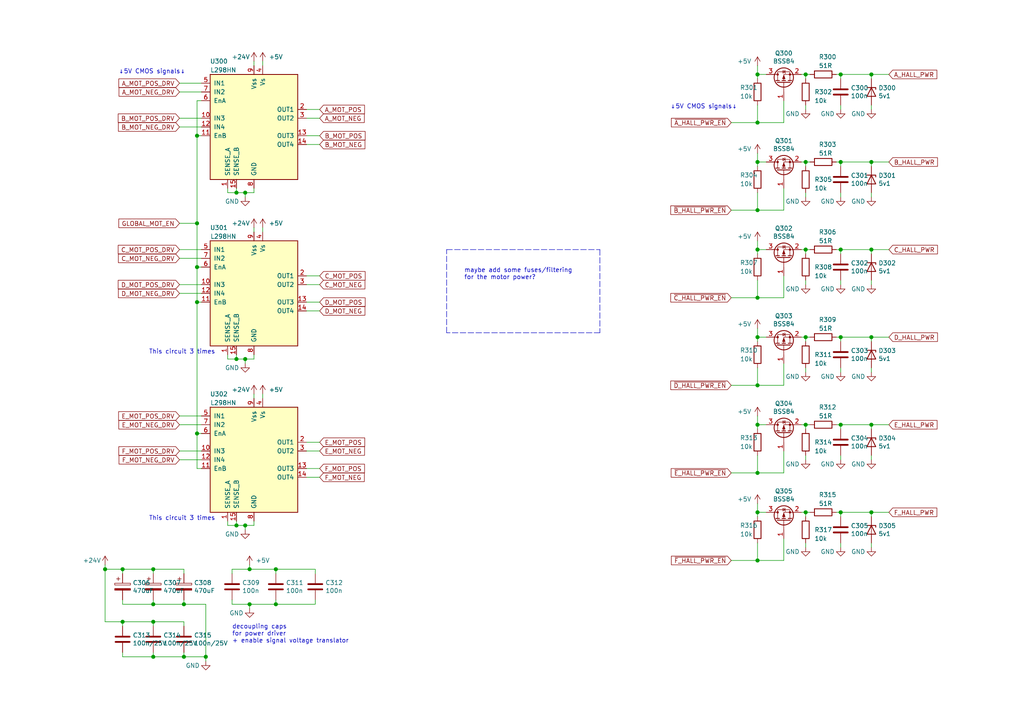
<source format=kicad_sch>
(kicad_sch (version 20201015) (generator eeschema)
  (paper "A4")
  (lib_symbols
    (symbol "Device:C" (pin_numbers hide) (pin_names (offset 0.254))
      (property "Reference" "C" (at 0.635 2.54 0))
      (property "Value" "C" (at 0.635 -2.54 0))
      (symbol "C_0_1"
        (polyline (pts (xy -2.032 -0.762) (xy 2.032 -0.762)) (stroke (width 0.508)))
        (polyline (pts (xy -2.032 0.762) (xy 2.032 0.762)) (stroke (width 0.508)))
      )
      (symbol "C_1_1"
        (pin passive line (at 0 3.81 270) (length 2.794) (name "~") (number "1"))
        (pin passive line (at 0 -3.81 90) (length 2.794) (name "~") (number "2"))
      )
    )
    (symbol "Device:CP" (pin_numbers hide) (pin_names (offset 0.254))
      (property "Reference" "C" (at 0.635 2.54 0))
      (property "Value" "CP" (at 0.635 -2.54 0))
      (symbol "CP_0_1"
        (rectangle (start -2.286 0.508) (end 2.286 1.016))
        (rectangle (start 2.286 -0.508) (end -2.286 -1.016) (fill (type outline)))
        (polyline (pts (xy -1.778 2.286) (xy -0.762 2.286)))
        (polyline (pts (xy -1.27 2.794) (xy -1.27 1.778)))
      )
      (symbol "CP_1_1"
        (pin passive line (at 0 3.81 270) (length 2.794) (name "~") (number "1"))
        (pin passive line (at 0 -3.81 90) (length 2.794) (name "~") (number "2"))
      )
    )
    (symbol "Device:D_Zener" (pin_numbers hide) (pin_names (offset 1.016) hide)
      (property "Reference" "D" (at 0 2.54 0))
      (property "Value" "D_Zener" (at 0 -2.54 0))
      (symbol "D_Zener_0_1"
        (polyline (pts (xy 1.27 0) (xy -1.27 0)))
        (polyline (pts (xy -1.27 -1.27) (xy -1.27 1.27) (xy -0.762 1.27)) (stroke (width 0.254)))
        (polyline (pts (xy 1.27 -1.27) (xy 1.27 1.27) (xy -1.27 0) (xy 1.27 -1.27)) (stroke (width 0.254)))
      )
      (symbol "D_Zener_1_1"
        (pin passive line (at -3.81 0 0) (length 2.54) (name "K") (number "1"))
        (pin passive line (at 3.81 0 180) (length 2.54) (name "A") (number "2"))
      )
    )
    (symbol "Device:R" (pin_numbers hide) (pin_names (offset 0))
      (property "Reference" "R" (at 2.032 0 90))
      (property "Value" "R" (at 0 0 90))
      (symbol "R_0_1"
        (rectangle (start -1.016 -2.54) (end 1.016 2.54) (stroke (width 0.254)))
      )
      (symbol "R_1_1"
        (pin passive line (at 0 3.81 270) (length 1.27) (name "~") (number "1"))
        (pin passive line (at 0 -3.81 90) (length 1.27) (name "~") (number "2"))
      )
    )
    (symbol "Driver_Motor:L298HN" (pin_names (offset 1.016))
      (property "Reference" "U" (at -10.16 16.51 0))
      (property "Value" "L298HN" (at 12.7 16.51 0))
      (symbol "L298HN_0_1"
        (rectangle (start -12.7 15.24) (end 12.7 -15.24) (stroke (width 0.254)) (fill (type background)))
      )
      (symbol "L298HN_1_1"
        (pin power_in line (at -7.62 -17.78 90) (length 2.54) (name "SENSE_A") (number "1"))
        (pin input line (at -15.24 2.54 0) (length 2.54) (name "IN3") (number "10"))
        (pin input line (at -15.24 -2.54 0) (length 2.54) (name "EnB") (number "11"))
        (pin input line (at -15.24 0 0) (length 2.54) (name "IN4") (number "12"))
        (pin output line (at 15.24 -2.54 180) (length 2.54) (name "OUT3") (number "13"))
        (pin output line (at 15.24 -5.08 180) (length 2.54) (name "OUT4") (number "14"))
        (pin power_in line (at -5.08 -17.78 90) (length 2.54) (name "SENSE_B") (number "15"))
        (pin output line (at 15.24 5.08 180) (length 2.54) (name "OUT1") (number "2"))
        (pin output line (at 15.24 2.54 180) (length 2.54) (name "OUT2") (number "3"))
        (pin power_in line (at 2.54 17.78 270) (length 2.54) (name "Vs") (number "4"))
        (pin input line (at -15.24 12.7 0) (length 2.54) (name "IN1") (number "5"))
        (pin input line (at -15.24 7.62 0) (length 2.54) (name "EnA") (number "6"))
        (pin input line (at -15.24 10.16 0) (length 2.54) (name "IN2") (number "7"))
        (pin power_in line (at 0 -17.78 90) (length 2.54) (name "GND") (number "8"))
        (pin power_in line (at 0 17.78 270) (length 2.54) (name "Vss") (number "9"))
      )
    )
    (symbol "Transistor_FET:BSS84" (pin_names hide)
      (property "Reference" "Q" (at 5.08 1.905 0))
      (property "Value" "BSS84" (at 5.08 0 0))
      (symbol "BSS84_0_1"
        (circle (center 1.651 0) (radius 2.794) (stroke (width 0.254)))
        (circle (center 2.54 -1.778) (radius 0.254) (fill (type outline)))
        (circle (center 2.54 1.778) (radius 0.254) (fill (type outline)))
        (polyline (pts (xy 0.254 0) (xy -2.54 0)))
        (polyline (pts (xy 0.254 1.905) (xy 0.254 -1.905)) (stroke (width 0.254)))
        (polyline (pts (xy 0.762 -1.27) (xy 0.762 -2.286)) (stroke (width 0.254)))
        (polyline (pts (xy 0.762 0.508) (xy 0.762 -0.508)) (stroke (width 0.254)))
        (polyline (pts (xy 0.762 2.286) (xy 0.762 1.27)) (stroke (width 0.254)))
        (polyline (pts (xy 2.54 2.54) (xy 2.54 1.778)))
        (polyline (pts (xy 2.54 -2.54) (xy 2.54 0) (xy 0.762 0)))
        (polyline (pts (xy 0.762 1.778) (xy 3.302 1.778) (xy 3.302 -1.778) (xy 0.762 -1.778)))
        (polyline (pts (xy 2.286 0) (xy 1.27 0.381) (xy 1.27 -0.381) (xy 2.286 0)) (fill (type outline)))
        (polyline (pts (xy 2.794 -0.508) (xy 2.921 -0.381) (xy 3.683 -0.381) (xy 3.81 -0.254)))
        (polyline (pts (xy 3.302 -0.381) (xy 2.921 0.254) (xy 3.683 0.254) (xy 3.302 -0.381)))
      )
      (symbol "BSS84_1_1"
        (pin input line (at -5.08 0 0) (length 2.54) (name "G") (number "1"))
        (pin passive line (at 2.54 -5.08 90) (length 2.54) (name "S") (number "2"))
        (pin passive line (at 2.54 5.08 270) (length 2.54) (name "D") (number "3"))
      )
    )
    (symbol "power:+24V" (power) (pin_names (offset 0))
      (property "Value" "+24V" (at 0 3.556 0))
      (symbol "+24V_0_1"
        (polyline (pts (xy -0.762 1.27) (xy 0 2.54)))
        (polyline (pts (xy 0 0) (xy 0 2.54)))
        (polyline (pts (xy 0 2.54) (xy 0.762 1.27)))
      )
      (symbol "+24V_1_1"
        (pin power_in line (at 0 0 90) (length 0) hide (name "+24V") (number "1"))
      )
    )
    (symbol "power:+5V" (power) (pin_names (offset 0))
      (property "Value" "+5V" (at 0 3.556 0))
      (symbol "+5V_0_1"
        (polyline (pts (xy -0.762 1.27) (xy 0 2.54)))
        (polyline (pts (xy 0 0) (xy 0 2.54)))
        (polyline (pts (xy 0 2.54) (xy 0.762 1.27)))
      )
      (symbol "+5V_1_1"
        (pin power_in line (at 0 0 90) (length 0) hide (name "+5V") (number "1"))
      )
    )
    (symbol "power:GND" (power) (pin_names (offset 0))
      (property "Value" "GND" (at 0 -3.81 0))
      (symbol "GND_0_1"
        (polyline (pts (xy 0 0) (xy 0 -1.27) (xy 1.27 -1.27) (xy 0 -2.54) (xy -1.27 -1.27) (xy 0 -1.27)))
      )
      (symbol "GND_1_1"
        (pin power_in line (at 0 0 270) (length 0) hide (name "GND") (number "1"))
      )
    )
  )
  (junction (at 30.48 165.1) (diameter 1.016))
  (junction (at 35.56 165.1) (diameter 1.016))
  (junction (at 35.56 180.34) (diameter 1.016))
  (junction (at 44.45 165.1) (diameter 1.016))
  (junction (at 44.45 175.26) (diameter 1.016))
  (junction (at 44.45 180.34) (diameter 1.016))
  (junction (at 44.45 190.5) (diameter 1.016))
  (junction (at 53.34 175.26) (diameter 1.016))
  (junction (at 53.34 190.5) (diameter 1.016))
  (junction (at 57.15 39.37) (diameter 1.016))
  (junction (at 57.15 64.77) (diameter 1.016))
  (junction (at 57.15 77.47) (diameter 1.016))
  (junction (at 57.15 87.63) (diameter 1.016))
  (junction (at 57.15 125.73) (diameter 1.016))
  (junction (at 59.69 190.5) (diameter 1.016))
  (junction (at 68.58 55.88) (diameter 1.016))
  (junction (at 68.58 104.14) (diameter 1.016))
  (junction (at 68.58 152.4) (diameter 1.016))
  (junction (at 71.12 55.88) (diameter 1.016))
  (junction (at 71.12 104.14) (diameter 1.016))
  (junction (at 71.12 152.4) (diameter 1.016))
  (junction (at 72.39 165.1) (diameter 1.016))
  (junction (at 72.39 175.26) (diameter 1.016))
  (junction (at 80.01 165.1) (diameter 1.016))
  (junction (at 80.01 175.26) (diameter 1.016))
  (junction (at 219.71 21.59) (diameter 1.016))
  (junction (at 219.71 35.56) (diameter 1.016))
  (junction (at 219.71 46.99) (diameter 1.016))
  (junction (at 219.71 60.96) (diameter 1.016))
  (junction (at 219.71 72.39) (diameter 1.016))
  (junction (at 219.71 86.36) (diameter 1.016))
  (junction (at 219.71 97.79) (diameter 1.016))
  (junction (at 219.71 111.76) (diameter 1.016))
  (junction (at 219.71 123.19) (diameter 1.016))
  (junction (at 219.71 137.16) (diameter 1.016))
  (junction (at 219.71 148.59) (diameter 1.016))
  (junction (at 219.71 162.56) (diameter 1.016))
  (junction (at 233.68 21.59) (diameter 1.016))
  (junction (at 233.68 46.99) (diameter 1.016))
  (junction (at 233.68 72.39) (diameter 1.016))
  (junction (at 233.68 97.79) (diameter 1.016))
  (junction (at 233.68 123.19) (diameter 1.016))
  (junction (at 233.68 148.59) (diameter 1.016))
  (junction (at 243.84 21.59) (diameter 1.016))
  (junction (at 243.84 46.99) (diameter 1.016))
  (junction (at 243.84 72.39) (diameter 1.016))
  (junction (at 243.84 97.79) (diameter 1.016))
  (junction (at 243.84 123.19) (diameter 1.016))
  (junction (at 243.84 148.59) (diameter 1.016))
  (junction (at 252.73 21.59) (diameter 1.016))
  (junction (at 252.73 46.99) (diameter 1.016))
  (junction (at 252.73 72.39) (diameter 1.016))
  (junction (at 252.73 97.79) (diameter 1.016))
  (junction (at 252.73 123.19) (diameter 1.016))
  (junction (at 252.73 148.59) (diameter 1.016))
  (wire (pts (xy 30.48 165.1) (xy 30.48 163.83)))
  (wire (pts (xy 30.48 180.34) (xy 30.48 165.1)))
  (wire (pts (xy 35.56 165.1) (xy 30.48 165.1)))
  (wire (pts (xy 35.56 165.1) (xy 44.45 165.1)))
  (wire (pts (xy 35.56 166.37) (xy 35.56 165.1)))
  (wire (pts (xy 35.56 173.99) (xy 35.56 175.26)))
  (wire (pts (xy 35.56 175.26) (xy 44.45 175.26)))
  (wire (pts (xy 35.56 180.34) (xy 30.48 180.34)))
  (wire (pts (xy 35.56 181.61) (xy 35.56 180.34)))
  (wire (pts (xy 35.56 190.5) (xy 35.56 189.23)))
  (wire (pts (xy 44.45 165.1) (xy 44.45 166.37)))
  (wire (pts (xy 44.45 165.1) (xy 53.34 165.1)))
  (wire (pts (xy 44.45 173.99) (xy 44.45 175.26)))
  (wire (pts (xy 44.45 175.26) (xy 53.34 175.26)))
  (wire (pts (xy 44.45 180.34) (xy 35.56 180.34)))
  (wire (pts (xy 44.45 181.61) (xy 44.45 180.34)))
  (wire (pts (xy 44.45 190.5) (xy 35.56 190.5)))
  (wire (pts (xy 44.45 190.5) (xy 44.45 189.23)))
  (wire (pts (xy 53.34 165.1) (xy 53.34 166.37)))
  (wire (pts (xy 53.34 173.99) (xy 53.34 175.26)))
  (wire (pts (xy 53.34 175.26) (xy 59.69 175.26)))
  (wire (pts (xy 53.34 180.34) (xy 44.45 180.34)))
  (wire (pts (xy 53.34 181.61) (xy 53.34 180.34)))
  (wire (pts (xy 53.34 190.5) (xy 44.45 190.5)))
  (wire (pts (xy 53.34 190.5) (xy 53.34 189.23)))
  (wire (pts (xy 57.15 29.21) (xy 57.15 39.37)))
  (wire (pts (xy 57.15 39.37) (xy 57.15 64.77)))
  (wire (pts (xy 57.15 64.77) (xy 52.07 64.77)))
  (wire (pts (xy 57.15 64.77) (xy 57.15 77.47)))
  (wire (pts (xy 57.15 77.47) (xy 57.15 87.63)))
  (wire (pts (xy 57.15 87.63) (xy 57.15 125.73)))
  (wire (pts (xy 57.15 125.73) (xy 57.15 135.89)))
  (wire (pts (xy 58.42 24.13) (xy 52.07 24.13)))
  (wire (pts (xy 58.42 26.67) (xy 52.07 26.67)))
  (wire (pts (xy 58.42 29.21) (xy 57.15 29.21)))
  (wire (pts (xy 58.42 34.29) (xy 52.07 34.29)))
  (wire (pts (xy 58.42 36.83) (xy 52.07 36.83)))
  (wire (pts (xy 58.42 39.37) (xy 57.15 39.37)))
  (wire (pts (xy 58.42 72.39) (xy 52.07 72.39)))
  (wire (pts (xy 58.42 74.93) (xy 52.07 74.93)))
  (wire (pts (xy 58.42 77.47) (xy 57.15 77.47)))
  (wire (pts (xy 58.42 82.55) (xy 52.07 82.55)))
  (wire (pts (xy 58.42 85.09) (xy 52.07 85.09)))
  (wire (pts (xy 58.42 87.63) (xy 57.15 87.63)))
  (wire (pts (xy 58.42 120.65) (xy 52.07 120.65)))
  (wire (pts (xy 58.42 123.19) (xy 52.07 123.19)))
  (wire (pts (xy 58.42 125.73) (xy 57.15 125.73)))
  (wire (pts (xy 58.42 130.81) (xy 52.07 130.81)))
  (wire (pts (xy 58.42 133.35) (xy 52.07 133.35)))
  (wire (pts (xy 58.42 135.89) (xy 57.15 135.89)))
  (wire (pts (xy 59.69 175.26) (xy 59.69 190.5)))
  (wire (pts (xy 59.69 190.5) (xy 53.34 190.5)))
  (wire (pts (xy 59.69 190.5) (xy 59.69 191.77)))
  (wire (pts (xy 66.04 54.61) (xy 66.04 55.88)))
  (wire (pts (xy 66.04 55.88) (xy 68.58 55.88)))
  (wire (pts (xy 66.04 102.87) (xy 66.04 104.14)))
  (wire (pts (xy 66.04 104.14) (xy 68.58 104.14)))
  (wire (pts (xy 66.04 151.13) (xy 66.04 152.4)))
  (wire (pts (xy 66.04 152.4) (xy 68.58 152.4)))
  (wire (pts (xy 67.31 165.1) (xy 67.31 166.37)))
  (wire (pts (xy 67.31 175.26) (xy 67.31 173.99)))
  (wire (pts (xy 68.58 54.61) (xy 68.58 55.88)))
  (wire (pts (xy 68.58 55.88) (xy 71.12 55.88)))
  (wire (pts (xy 68.58 102.87) (xy 68.58 104.14)))
  (wire (pts (xy 68.58 104.14) (xy 71.12 104.14)))
  (wire (pts (xy 68.58 151.13) (xy 68.58 152.4)))
  (wire (pts (xy 68.58 152.4) (xy 71.12 152.4)))
  (wire (pts (xy 71.12 55.88) (xy 71.12 57.15)))
  (wire (pts (xy 71.12 55.88) (xy 73.66 55.88)))
  (wire (pts (xy 71.12 104.14) (xy 71.12 105.41)))
  (wire (pts (xy 71.12 104.14) (xy 73.66 104.14)))
  (wire (pts (xy 71.12 152.4) (xy 71.12 153.67)))
  (wire (pts (xy 71.12 152.4) (xy 73.66 152.4)))
  (wire (pts (xy 72.39 163.83) (xy 72.39 165.1)))
  (wire (pts (xy 72.39 165.1) (xy 67.31 165.1)))
  (wire (pts (xy 72.39 165.1) (xy 80.01 165.1)))
  (wire (pts (xy 72.39 175.26) (xy 67.31 175.26)))
  (wire (pts (xy 72.39 175.26) (xy 80.01 175.26)))
  (wire (pts (xy 72.39 176.53) (xy 72.39 175.26)))
  (wire (pts (xy 73.66 17.78) (xy 73.66 19.05)))
  (wire (pts (xy 73.66 55.88) (xy 73.66 54.61)))
  (wire (pts (xy 73.66 66.04) (xy 73.66 67.31)))
  (wire (pts (xy 73.66 104.14) (xy 73.66 102.87)))
  (wire (pts (xy 73.66 114.3) (xy 73.66 115.57)))
  (wire (pts (xy 73.66 152.4) (xy 73.66 151.13)))
  (wire (pts (xy 76.2 17.78) (xy 76.2 19.05)))
  (wire (pts (xy 76.2 66.04) (xy 76.2 67.31)))
  (wire (pts (xy 76.2 114.3) (xy 76.2 115.57)))
  (wire (pts (xy 80.01 166.37) (xy 80.01 165.1)))
  (wire (pts (xy 80.01 175.26) (xy 80.01 173.99)))
  (wire (pts (xy 88.9 31.75) (xy 92.71 31.75)))
  (wire (pts (xy 88.9 34.29) (xy 92.71 34.29)))
  (wire (pts (xy 88.9 39.37) (xy 92.71 39.37)))
  (wire (pts (xy 88.9 41.91) (xy 92.71 41.91)))
  (wire (pts (xy 88.9 80.01) (xy 92.71 80.01)))
  (wire (pts (xy 88.9 82.55) (xy 92.71 82.55)))
  (wire (pts (xy 88.9 87.63) (xy 92.71 87.63)))
  (wire (pts (xy 88.9 90.17) (xy 92.71 90.17)))
  (wire (pts (xy 88.9 128.27) (xy 92.71 128.27)))
  (wire (pts (xy 88.9 130.81) (xy 92.71 130.81)))
  (wire (pts (xy 88.9 135.89) (xy 92.71 135.89)))
  (wire (pts (xy 88.9 138.43) (xy 92.71 138.43)))
  (wire (pts (xy 91.44 165.1) (xy 80.01 165.1)))
  (wire (pts (xy 91.44 166.37) (xy 91.44 165.1)))
  (wire (pts (xy 91.44 175.26) (xy 80.01 175.26)))
  (wire (pts (xy 91.44 175.26) (xy 91.44 173.99)))
  (wire (pts (xy 212.09 35.56) (xy 219.71 35.56)))
  (wire (pts (xy 212.09 60.96) (xy 219.71 60.96)))
  (wire (pts (xy 212.09 86.36) (xy 219.71 86.36)))
  (wire (pts (xy 212.09 111.76) (xy 219.71 111.76)))
  (wire (pts (xy 212.09 137.16) (xy 219.71 137.16)))
  (wire (pts (xy 212.09 162.56) (xy 219.71 162.56)))
  (wire (pts (xy 219.71 19.05) (xy 219.71 21.59)))
  (wire (pts (xy 219.71 21.59) (xy 222.25 21.59)))
  (wire (pts (xy 219.71 22.86) (xy 219.71 21.59)))
  (wire (pts (xy 219.71 30.48) (xy 219.71 35.56)))
  (wire (pts (xy 219.71 35.56) (xy 227.33 35.56)))
  (wire (pts (xy 219.71 44.45) (xy 219.71 46.99)))
  (wire (pts (xy 219.71 46.99) (xy 222.25 46.99)))
  (wire (pts (xy 219.71 48.26) (xy 219.71 46.99)))
  (wire (pts (xy 219.71 55.88) (xy 219.71 60.96)))
  (wire (pts (xy 219.71 60.96) (xy 227.33 60.96)))
  (wire (pts (xy 219.71 69.85) (xy 219.71 72.39)))
  (wire (pts (xy 219.71 72.39) (xy 222.25 72.39)))
  (wire (pts (xy 219.71 73.66) (xy 219.71 72.39)))
  (wire (pts (xy 219.71 81.28) (xy 219.71 86.36)))
  (wire (pts (xy 219.71 86.36) (xy 227.33 86.36)))
  (wire (pts (xy 219.71 95.25) (xy 219.71 97.79)))
  (wire (pts (xy 219.71 97.79) (xy 222.25 97.79)))
  (wire (pts (xy 219.71 99.06) (xy 219.71 97.79)))
  (wire (pts (xy 219.71 106.68) (xy 219.71 111.76)))
  (wire (pts (xy 219.71 111.76) (xy 227.33 111.76)))
  (wire (pts (xy 219.71 120.65) (xy 219.71 123.19)))
  (wire (pts (xy 219.71 123.19) (xy 222.25 123.19)))
  (wire (pts (xy 219.71 124.46) (xy 219.71 123.19)))
  (wire (pts (xy 219.71 132.08) (xy 219.71 137.16)))
  (wire (pts (xy 219.71 137.16) (xy 227.33 137.16)))
  (wire (pts (xy 219.71 146.05) (xy 219.71 148.59)))
  (wire (pts (xy 219.71 148.59) (xy 222.25 148.59)))
  (wire (pts (xy 219.71 149.86) (xy 219.71 148.59)))
  (wire (pts (xy 219.71 157.48) (xy 219.71 162.56)))
  (wire (pts (xy 219.71 162.56) (xy 227.33 162.56)))
  (wire (pts (xy 227.33 29.21) (xy 227.33 35.56)))
  (wire (pts (xy 227.33 54.61) (xy 227.33 60.96)))
  (wire (pts (xy 227.33 80.01) (xy 227.33 86.36)))
  (wire (pts (xy 227.33 105.41) (xy 227.33 111.76)))
  (wire (pts (xy 227.33 130.81) (xy 227.33 137.16)))
  (wire (pts (xy 227.33 156.21) (xy 227.33 162.56)))
  (wire (pts (xy 232.41 21.59) (xy 233.68 21.59)))
  (wire (pts (xy 232.41 46.99) (xy 233.68 46.99)))
  (wire (pts (xy 232.41 72.39) (xy 233.68 72.39)))
  (wire (pts (xy 232.41 97.79) (xy 233.68 97.79)))
  (wire (pts (xy 232.41 123.19) (xy 233.68 123.19)))
  (wire (pts (xy 232.41 148.59) (xy 233.68 148.59)))
  (wire (pts (xy 233.68 21.59) (xy 234.95 21.59)))
  (wire (pts (xy 233.68 22.86) (xy 233.68 21.59)))
  (wire (pts (xy 233.68 30.48) (xy 233.68 31.75)))
  (wire (pts (xy 233.68 46.99) (xy 234.95 46.99)))
  (wire (pts (xy 233.68 48.26) (xy 233.68 46.99)))
  (wire (pts (xy 233.68 55.88) (xy 233.68 57.15)))
  (wire (pts (xy 233.68 72.39) (xy 234.95 72.39)))
  (wire (pts (xy 233.68 73.66) (xy 233.68 72.39)))
  (wire (pts (xy 233.68 81.28) (xy 233.68 82.55)))
  (wire (pts (xy 233.68 97.79) (xy 234.95 97.79)))
  (wire (pts (xy 233.68 99.06) (xy 233.68 97.79)))
  (wire (pts (xy 233.68 106.68) (xy 233.68 107.95)))
  (wire (pts (xy 233.68 123.19) (xy 234.95 123.19)))
  (wire (pts (xy 233.68 124.46) (xy 233.68 123.19)))
  (wire (pts (xy 233.68 132.08) (xy 233.68 133.35)))
  (wire (pts (xy 233.68 148.59) (xy 234.95 148.59)))
  (wire (pts (xy 233.68 149.86) (xy 233.68 148.59)))
  (wire (pts (xy 233.68 157.48) (xy 233.68 158.75)))
  (wire (pts (xy 242.57 21.59) (xy 243.84 21.59)))
  (wire (pts (xy 242.57 46.99) (xy 243.84 46.99)))
  (wire (pts (xy 242.57 72.39) (xy 243.84 72.39)))
  (wire (pts (xy 242.57 97.79) (xy 243.84 97.79)))
  (wire (pts (xy 242.57 123.19) (xy 243.84 123.19)))
  (wire (pts (xy 242.57 148.59) (xy 243.84 148.59)))
  (wire (pts (xy 243.84 21.59) (xy 252.73 21.59)))
  (wire (pts (xy 243.84 22.86) (xy 243.84 21.59)))
  (wire (pts (xy 243.84 30.48) (xy 243.84 31.75)))
  (wire (pts (xy 243.84 46.99) (xy 252.73 46.99)))
  (wire (pts (xy 243.84 48.26) (xy 243.84 46.99)))
  (wire (pts (xy 243.84 55.88) (xy 243.84 57.15)))
  (wire (pts (xy 243.84 72.39) (xy 252.73 72.39)))
  (wire (pts (xy 243.84 73.66) (xy 243.84 72.39)))
  (wire (pts (xy 243.84 81.28) (xy 243.84 82.55)))
  (wire (pts (xy 243.84 97.79) (xy 252.73 97.79)))
  (wire (pts (xy 243.84 99.06) (xy 243.84 97.79)))
  (wire (pts (xy 243.84 106.68) (xy 243.84 107.95)))
  (wire (pts (xy 243.84 123.19) (xy 252.73 123.19)))
  (wire (pts (xy 243.84 124.46) (xy 243.84 123.19)))
  (wire (pts (xy 243.84 132.08) (xy 243.84 133.35)))
  (wire (pts (xy 243.84 148.59) (xy 252.73 148.59)))
  (wire (pts (xy 243.84 149.86) (xy 243.84 148.59)))
  (wire (pts (xy 243.84 157.48) (xy 243.84 158.75)))
  (wire (pts (xy 252.73 21.59) (xy 257.81 21.59)))
  (wire (pts (xy 252.73 22.86) (xy 252.73 21.59)))
  (wire (pts (xy 252.73 30.48) (xy 252.73 31.75)))
  (wire (pts (xy 252.73 46.99) (xy 257.81 46.99)))
  (wire (pts (xy 252.73 48.26) (xy 252.73 46.99)))
  (wire (pts (xy 252.73 55.88) (xy 252.73 57.15)))
  (wire (pts (xy 252.73 72.39) (xy 257.81 72.39)))
  (wire (pts (xy 252.73 73.66) (xy 252.73 72.39)))
  (wire (pts (xy 252.73 81.28) (xy 252.73 82.55)))
  (wire (pts (xy 252.73 97.79) (xy 257.81 97.79)))
  (wire (pts (xy 252.73 99.06) (xy 252.73 97.79)))
  (wire (pts (xy 252.73 106.68) (xy 252.73 107.95)))
  (wire (pts (xy 252.73 123.19) (xy 257.81 123.19)))
  (wire (pts (xy 252.73 124.46) (xy 252.73 123.19)))
  (wire (pts (xy 252.73 132.08) (xy 252.73 133.35)))
  (wire (pts (xy 252.73 148.59) (xy 257.81 148.59)))
  (wire (pts (xy 252.73 149.86) (xy 252.73 148.59)))
  (wire (pts (xy 252.73 157.48) (xy 252.73 158.75)))
  (polyline (pts (xy 129.54 72.39) (xy 173.99 72.39)) (stroke (width 0) (type dash)))
  (polyline (pts (xy 129.54 96.52) (xy 129.54 72.39)) (stroke (width 0) (type dash)))
  (polyline (pts (xy 173.99 72.39) (xy 173.99 96.52)) (stroke (width 0) (type dash)))
  (polyline (pts (xy 173.99 96.52) (xy 129.54 96.52)) (stroke (width 0) (type dash)))
  (text "↓5V CMOS signals↓" (at 34.29 21.59 0) (effects (font (size 1.27 1.27)) (justify left bottom)))
  (text "This circuit 3 times" (at 43.18 102.87 0) (effects (font (size 1.27 1.27)) (justify left bottom)))
  (text "This circuit 3 times" (at 43.18 151.13 0) (effects (font (size 1.27 1.27)) (justify left bottom)))
  (text "decoupling caps\nfor power driver\n+ enable signal voltage translator" (at 67.31 186.69 0) (effects (font (size 1.27 1.27)) (justify left bottom)))
  (text "maybe add some fuses/filtering\nfor the motor power?" (at 134.62 81.28 0) (effects (font (size 1.27 1.27)) (justify left bottom)))
  (text "↓5V CMOS signals↓" (at 194.31 31.75 0) (effects (font (size 1.27 1.27)) (justify left bottom)))
  (global_label "A_MOT_POS_DRV" (shape input) (at 52.07 24.13 180) (property "Intersheet References" "${INTERSHEET_REFS}" (effects hide)))
  (global_label "A_MOT_NEG_DRV" (shape input) (at 52.07 26.67 180) (property "Intersheet References" "${INTERSHEET_REFS}" (effects hide)))
  (global_label "B_MOT_POS_DRV" (shape input) (at 52.07 34.29 180) (property "Intersheet References" "${INTERSHEET_REFS}" (effects hide)))
  (global_label "B_MOT_NEG_DRV" (shape input) (at 52.07 36.83 180) (property "Intersheet References" "${INTERSHEET_REFS}" (effects hide)))
  (global_label "GLOBAL_MOT_EN" (shape input) (at 52.07 64.77 180) (property "Intersheet References" "${INTERSHEET_REFS}" (effects hide)))
  (global_label "C_MOT_POS_DRV" (shape input) (at 52.07 72.39 180) (property "Intersheet References" "${INTERSHEET_REFS}" (effects hide)))
  (global_label "C_MOT_NEG_DRV" (shape input) (at 52.07 74.93 180) (property "Intersheet References" "${INTERSHEET_REFS}" (effects hide)))
  (global_label "D_MOT_POS_DRV" (shape input) (at 52.07 82.55 180) (property "Intersheet References" "${INTERSHEET_REFS}" (effects hide)))
  (global_label "D_MOT_NEG_DRV" (shape input) (at 52.07 85.09 180) (property "Intersheet References" "${INTERSHEET_REFS}" (effects hide)))
  (global_label "E_MOT_POS_DRV" (shape input) (at 52.07 120.65 180) (property "Intersheet References" "${INTERSHEET_REFS}" (effects hide)))
  (global_label "E_MOT_NEG_DRV" (shape input) (at 52.07 123.19 180) (property "Intersheet References" "${INTERSHEET_REFS}" (effects hide)))
  (global_label "F_MOT_POS_DRV" (shape input) (at 52.07 130.81 180) (property "Intersheet References" "${INTERSHEET_REFS}" (effects hide)))
  (global_label "F_MOT_NEG_DRV" (shape input) (at 52.07 133.35 180) (property "Intersheet References" "${INTERSHEET_REFS}" (effects hide)))
  (global_label "A_MOT_POS" (shape input) (at 92.71 31.75 0) (property "Intersheet References" "${INTERSHEET_REFS}" (effects hide)))
  (global_label "A_MOT_NEG" (shape input) (at 92.71 34.29 0) (property "Intersheet References" "${INTERSHEET_REFS}" (effects hide)))
  (global_label "B_MOT_POS" (shape input) (at 92.71 39.37 0) (property "Intersheet References" "${INTERSHEET_REFS}" (effects hide)))
  (global_label "B_MOT_NEG" (shape input) (at 92.71 41.91 0) (property "Intersheet References" "${INTERSHEET_REFS}" (effects hide)))
  (global_label "C_MOT_POS" (shape input) (at 92.71 80.01 0) (property "Intersheet References" "${INTERSHEET_REFS}" (effects hide)))
  (global_label "C_MOT_NEG" (shape input) (at 92.71 82.55 0) (property "Intersheet References" "${INTERSHEET_REFS}" (effects hide)))
  (global_label "D_MOT_POS" (shape input) (at 92.71 87.63 0) (property "Intersheet References" "${INTERSHEET_REFS}" (effects hide)))
  (global_label "D_MOT_NEG" (shape input) (at 92.71 90.17 0) (property "Intersheet References" "${INTERSHEET_REFS}" (effects hide)))
  (global_label "E_MOT_POS" (shape input) (at 92.71 128.27 0) (property "Intersheet References" "${INTERSHEET_REFS}" (effects hide)))
  (global_label "E_MOT_NEG" (shape input) (at 92.71 130.81 0) (property "Intersheet References" "${INTERSHEET_REFS}" (effects hide)))
  (global_label "F_MOT_POS" (shape input) (at 92.71 135.89 0) (property "Intersheet References" "${INTERSHEET_REFS}" (effects hide)))
  (global_label "F_MOT_NEG" (shape input) (at 92.71 138.43 0) (property "Intersheet References" "${INTERSHEET_REFS}" (effects hide)))
  (global_label "~A_HALL_PWR_EN~" (shape input) (at 212.09 35.56 180) (property "Intersheet References" "${INTERSHEET_REFS}" (effects hide)))
  (global_label "~B_HALL_PWR_EN~" (shape input) (at 212.09 60.96 180) (property "Intersheet References" "${INTERSHEET_REFS}" (effects hide)))
  (global_label "~C_HALL_PWR_EN~" (shape input) (at 212.09 86.36 180) (property "Intersheet References" "${INTERSHEET_REFS}" (effects hide)))
  (global_label "~D_HALL_PWR_EN~" (shape input) (at 212.09 111.76 180) (property "Intersheet References" "${INTERSHEET_REFS}" (effects hide)))
  (global_label "~E_HALL_PWR_EN~" (shape input) (at 212.09 137.16 180) (property "Intersheet References" "${INTERSHEET_REFS}" (effects hide)))
  (global_label "~F_HALL_PWR_EN~" (shape input) (at 212.09 162.56 180) (property "Intersheet References" "${INTERSHEET_REFS}" (effects hide)))
  (global_label "A_HALL_PWR" (shape input) (at 257.81 21.59 0) (property "Intersheet References" "${INTERSHEET_REFS}" (effects hide)))
  (global_label "B_HALL_PWR" (shape input) (at 257.81 46.99 0) (property "Intersheet References" "${INTERSHEET_REFS}" (effects hide)))
  (global_label "C_HALL_PWR" (shape input) (at 257.81 72.39 0) (property "Intersheet References" "${INTERSHEET_REFS}" (effects hide)))
  (global_label "D_HALL_PWR" (shape input) (at 257.81 97.79 0) (property "Intersheet References" "${INTERSHEET_REFS}" (effects hide)))
  (global_label "E_HALL_PWR" (shape input) (at 257.81 123.19 0) (property "Intersheet References" "${INTERSHEET_REFS}" (effects hide)))
  (global_label "F_HALL_PWR" (shape input) (at 257.81 148.59 0) (property "Intersheet References" "${INTERSHEET_REFS}" (effects hide)))
  (symbol (lib_id "power:+24V") (at 30.48 163.83 0) (unit 1)
    (property "Reference" "#PWR0333" (effects hide))
    (property "Value" "+24V" (at 26.67 162.56 0))
  )
  (symbol (lib_id "power:+5V") (at 72.39 163.83 0) (unit 1)
    (property "Reference" "#PWR0334" (effects hide))
    (property "Value" "+5V" (at 76.2 162.56 0))
  )
  (symbol (lib_id "power:+24V") (at 73.66 17.78 0) (unit 1)
    (property "Reference" "#PWR0300" (effects hide))
    (property "Value" "+24V" (at 69.85 16.51 0))
  )
  (symbol (lib_id "power:+24V") (at 73.66 66.04 0) (unit 1)
    (property "Reference" "#PWR0311" (effects hide))
    (property "Value" "+24V" (at 69.85 64.77 0))
  )
  (symbol (lib_id "power:+24V") (at 73.66 114.3 0) (unit 1)
    (property "Reference" "#PWR0322" (effects hide))
    (property "Value" "+24V" (at 69.85 113.03 0))
  )
  (symbol (lib_id "power:+5V") (at 76.2 17.78 0) (unit 1)
    (property "Reference" "#PWR0301" (effects hide))
    (property "Value" "+5V" (at 80.01 16.51 0))
  )
  (symbol (lib_id "power:+5V") (at 76.2 66.04 0) (unit 1)
    (property "Reference" "#PWR0312" (effects hide))
    (property "Value" "+5V" (at 80.01 64.77 0))
  )
  (symbol (lib_id "power:+5V") (at 76.2 114.3 0) (unit 1)
    (property "Reference" "#PWR0323" (effects hide))
    (property "Value" "+5V" (at 80.01 113.03 0))
  )
  (symbol (lib_id "power:+5V") (at 219.71 19.05 0) (unit 1)
    (property "Reference" "#PWR0302" (effects hide))
    (property "Value" "+5V" (at 215.9 17.78 0))
  )
  (symbol (lib_id "power:+5V") (at 219.71 44.45 0) (unit 1)
    (property "Reference" "#PWR0306" (effects hide))
    (property "Value" "+5V" (at 215.9 43.18 0))
  )
  (symbol (lib_id "power:+5V") (at 219.71 69.85 0) (unit 1)
    (property "Reference" "#PWR0313" (effects hide))
    (property "Value" "+5V" (at 215.9 68.58 0))
  )
  (symbol (lib_id "power:+5V") (at 219.71 95.25 0) (unit 1)
    (property "Reference" "#PWR0317" (effects hide))
    (property "Value" "+5V" (at 215.9 93.98 0))
  )
  (symbol (lib_id "power:+5V") (at 219.71 120.65 0) (unit 1)
    (property "Reference" "#PWR0324" (effects hide))
    (property "Value" "+5V" (at 215.9 119.38 0))
  )
  (symbol (lib_id "power:+5V") (at 219.71 146.05 0) (unit 1)
    (property "Reference" "#PWR0328" (effects hide))
    (property "Value" "+5V" (at 215.9 144.78 0))
  )
  (symbol (lib_id "power:GND") (at 59.69 191.77 0) (unit 1)
    (property "Reference" "#PWR0336" (effects hide))
    (property "Value" "GND" (at 55.88 193.04 0))
  )
  (symbol (lib_id "power:GND") (at 71.12 57.15 0) (unit 1)
    (property "Reference" "#PWR0307" (effects hide))
    (property "Value" "GND" (at 67.31 58.42 0))
  )
  (symbol (lib_id "power:GND") (at 71.12 105.41 0) (unit 1)
    (property "Reference" "#PWR0318" (effects hide))
    (property "Value" "GND" (at 67.31 106.68 0))
  )
  (symbol (lib_id "power:GND") (at 71.12 153.67 0) (unit 1)
    (property "Reference" "#PWR0329" (effects hide))
    (property "Value" "GND" (at 67.31 154.94 0))
  )
  (symbol (lib_id "power:GND") (at 72.39 176.53 0) (unit 1)
    (property "Reference" "#PWR0335" (effects hide))
    (property "Value" "GND" (at 68.58 177.8 0))
  )
  (symbol (lib_id "power:GND") (at 233.68 31.75 0) (unit 1)
    (property "Reference" "#PWR0303" (effects hide))
    (property "Value" "GND" (at 229.87 33.02 0))
  )
  (symbol (lib_id "power:GND") (at 233.68 57.15 0) (unit 1)
    (property "Reference" "#PWR0308" (effects hide))
    (property "Value" "GND" (at 229.87 58.42 0))
  )
  (symbol (lib_id "power:GND") (at 233.68 82.55 0) (unit 1)
    (property "Reference" "#PWR0314" (effects hide))
    (property "Value" "GND" (at 229.87 83.82 0))
  )
  (symbol (lib_id "power:GND") (at 233.68 107.95 0) (unit 1)
    (property "Reference" "#PWR0319" (effects hide))
    (property "Value" "GND" (at 229.87 109.22 0))
  )
  (symbol (lib_id "power:GND") (at 233.68 133.35 0) (unit 1)
    (property "Reference" "#PWR0325" (effects hide))
    (property "Value" "GND" (at 229.87 134.62 0))
  )
  (symbol (lib_id "power:GND") (at 233.68 158.75 0) (unit 1)
    (property "Reference" "#PWR0330" (effects hide))
    (property "Value" "GND" (at 229.87 160.02 0))
  )
  (symbol (lib_id "power:GND") (at 243.84 31.75 0) (unit 1)
    (property "Reference" "#PWR0304" (effects hide))
    (property "Value" "GND" (at 240.03 33.02 0))
  )
  (symbol (lib_id "power:GND") (at 243.84 57.15 0) (unit 1)
    (property "Reference" "#PWR0309" (effects hide))
    (property "Value" "GND" (at 240.03 58.42 0))
  )
  (symbol (lib_id "power:GND") (at 243.84 82.55 0) (unit 1)
    (property "Reference" "#PWR0315" (effects hide))
    (property "Value" "GND" (at 240.03 83.82 0))
  )
  (symbol (lib_id "power:GND") (at 243.84 107.95 0) (unit 1)
    (property "Reference" "#PWR0320" (effects hide))
    (property "Value" "GND" (at 240.03 109.22 0))
  )
  (symbol (lib_id "power:GND") (at 243.84 133.35 0) (unit 1)
    (property "Reference" "#PWR0326" (effects hide))
    (property "Value" "GND" (at 240.03 134.62 0))
  )
  (symbol (lib_id "power:GND") (at 243.84 158.75 0) (unit 1)
    (property "Reference" "#PWR0331" (effects hide))
    (property "Value" "GND" (at 240.03 160.02 0))
  )
  (symbol (lib_id "power:GND") (at 252.73 31.75 0) (unit 1)
    (property "Reference" "#PWR0305" (effects hide))
    (property "Value" "GND" (at 248.92 33.02 0))
  )
  (symbol (lib_id "power:GND") (at 252.73 57.15 0) (unit 1)
    (property "Reference" "#PWR0310" (effects hide))
    (property "Value" "GND" (at 248.92 58.42 0))
  )
  (symbol (lib_id "power:GND") (at 252.73 82.55 0) (unit 1)
    (property "Reference" "#PWR0316" (effects hide))
    (property "Value" "GND" (at 248.92 83.82 0))
  )
  (symbol (lib_id "power:GND") (at 252.73 107.95 0) (unit 1)
    (property "Reference" "#PWR0321" (effects hide))
    (property "Value" "GND" (at 248.92 109.22 0))
  )
  (symbol (lib_id "power:GND") (at 252.73 133.35 0) (unit 1)
    (property "Reference" "#PWR0327" (effects hide))
    (property "Value" "GND" (at 248.92 134.62 0))
  )
  (symbol (lib_id "power:GND") (at 252.73 158.75 0) (unit 1)
    (property "Reference" "#PWR0332" (effects hide))
    (property "Value" "GND" (at 248.92 160.02 0))
  )
  (symbol (lib_id "Device:R") (at 219.71 26.67 0) (unit 1)
    (property "Reference" "R301" (at 214.63 25.4 0) (effects (justify left)))
    (property "Value" "10k" (at 214.63 27.94 0) (effects (justify left)))
    (property "Footprint" "Resistor_SMD:R_0603_1608Metric" (effects hide))
  )
  (symbol (lib_id "Device:R") (at 219.71 52.07 0) (unit 1)
    (property "Reference" "R304" (at 214.63 50.8 0) (effects (justify left)))
    (property "Value" "10k" (at 214.63 53.34 0) (effects (justify left)))
    (property "Footprint" "Resistor_SMD:R_0603_1608Metric" (effects hide))
  )
  (symbol (lib_id "Device:R") (at 219.71 77.47 0) (unit 1)
    (property "Reference" "R307" (at 214.63 76.2 0) (effects (justify left)))
    (property "Value" "10k" (at 214.63 78.74 0) (effects (justify left)))
    (property "Footprint" "Resistor_SMD:R_0603_1608Metric" (effects hide))
  )
  (symbol (lib_id "Device:R") (at 219.71 102.87 0) (unit 1)
    (property "Reference" "R310" (at 214.63 101.6 0) (effects (justify left)))
    (property "Value" "10k" (at 214.63 104.14 0) (effects (justify left)))
    (property "Footprint" "Resistor_SMD:R_0603_1608Metric" (effects hide))
  )
  (symbol (lib_id "Device:R") (at 219.71 128.27 0) (unit 1)
    (property "Reference" "R313" (at 214.63 127 0) (effects (justify left)))
    (property "Value" "10k" (at 214.63 129.54 0) (effects (justify left)))
    (property "Footprint" "Resistor_SMD:R_0603_1608Metric" (effects hide))
  )
  (symbol (lib_id "Device:R") (at 219.71 153.67 0) (unit 1)
    (property "Reference" "R316" (at 214.63 152.4 0) (effects (justify left)))
    (property "Value" "10k" (at 214.63 154.94 0) (effects (justify left)))
    (property "Footprint" "Resistor_SMD:R_0603_1608Metric" (effects hide))
  )
  (symbol (lib_id "Device:R") (at 233.68 26.67 0) (unit 1)
    (property "Reference" "R302" (at 236.22 26.67 0) (effects (justify left)))
    (property "Value" "10k" (at 236.22 29.21 0) (effects (justify left)))
    (property "Footprint" "Resistor_SMD:R_0603_1608Metric" (effects hide))
  )
  (symbol (lib_id "Device:R") (at 233.68 52.07 0) (unit 1)
    (property "Reference" "R305" (at 236.22 52.07 0) (effects (justify left)))
    (property "Value" "10k" (at 236.22 54.61 0) (effects (justify left)))
    (property "Footprint" "Resistor_SMD:R_0603_1608Metric" (effects hide))
  )
  (symbol (lib_id "Device:R") (at 233.68 77.47 0) (unit 1)
    (property "Reference" "R308" (at 236.22 77.47 0) (effects (justify left)))
    (property "Value" "10k" (at 236.22 80.01 0) (effects (justify left)))
    (property "Footprint" "Resistor_SMD:R_0603_1608Metric" (effects hide))
  )
  (symbol (lib_id "Device:R") (at 233.68 102.87 0) (unit 1)
    (property "Reference" "R311" (at 236.22 102.87 0) (effects (justify left)))
    (property "Value" "10k" (at 236.22 105.41 0) (effects (justify left)))
    (property "Footprint" "Resistor_SMD:R_0603_1608Metric" (effects hide))
  )
  (symbol (lib_id "Device:R") (at 233.68 128.27 0) (unit 1)
    (property "Reference" "R314" (at 236.22 128.27 0) (effects (justify left)))
    (property "Value" "10k" (at 236.22 130.81 0) (effects (justify left)))
    (property "Footprint" "Resistor_SMD:R_0603_1608Metric" (effects hide))
  )
  (symbol (lib_id "Device:R") (at 233.68 153.67 0) (unit 1)
    (property "Reference" "R317" (at 236.22 153.67 0) (effects (justify left)))
    (property "Value" "10k" (at 236.22 156.21 0) (effects (justify left)))
    (property "Footprint" "Resistor_SMD:R_0603_1608Metric" (effects hide))
  )
  (symbol (lib_id "Device:R") (at 238.76 21.59 270) (unit 1)
    (property "Reference" "R300" (at 237.49 16.51 90) (effects (justify left)))
    (property "Value" "51R" (at 237.49 19.05 90) (effects (justify left)))
    (property "Footprint" "Resistor_SMD:R_0603_1608Metric" (effects hide))
  )
  (symbol (lib_id "Device:R") (at 238.76 46.99 270) (unit 1)
    (property "Reference" "R303" (at 237.49 41.91 90) (effects (justify left)))
    (property "Value" "51R" (at 237.49 44.45 90) (effects (justify left)))
    (property "Footprint" "Resistor_SMD:R_0603_1608Metric" (effects hide))
  )
  (symbol (lib_id "Device:R") (at 238.76 72.39 270) (unit 1)
    (property "Reference" "R306" (at 237.49 67.31 90) (effects (justify left)))
    (property "Value" "51R" (at 237.49 69.85 90) (effects (justify left)))
    (property "Footprint" "Resistor_SMD:R_0603_1608Metric" (effects hide))
  )
  (symbol (lib_id "Device:R") (at 238.76 97.79 270) (unit 1)
    (property "Reference" "R309" (at 237.49 92.71 90) (effects (justify left)))
    (property "Value" "51R" (at 237.49 95.25 90) (effects (justify left)))
    (property "Footprint" "Resistor_SMD:R_0603_1608Metric" (effects hide))
  )
  (symbol (lib_id "Device:R") (at 238.76 123.19 270) (unit 1)
    (property "Reference" "R312" (at 237.49 118.11 90) (effects (justify left)))
    (property "Value" "51R" (at 237.49 120.65 90) (effects (justify left)))
    (property "Footprint" "Resistor_SMD:R_0603_1608Metric" (effects hide))
  )
  (symbol (lib_id "Device:R") (at 238.76 148.59 270) (unit 1)
    (property "Reference" "R315" (at 237.49 143.51 90) (effects (justify left)))
    (property "Value" "51R" (at 237.49 146.05 90) (effects (justify left)))
    (property "Footprint" "Resistor_SMD:R_0603_1608Metric" (effects hide))
  )
  (symbol (lib_id "Device:D_Zener") (at 252.73 26.67 270) (unit 1)
    (property "Reference" "D300" (at 254.762 25.5016 90) (effects (justify left)))
    (property "Value" "5v1" (at 254.762 27.813 90) (effects (justify left)))
    (property "Footprint" "Diode_SMD:D_SOT-23_ANK" (effects hide))
    (property "Distri" "Reichelt" (effects hide))
    (property "Link" "https://www.reichelt.de/zenerdiode-5-1-v-0-35-w-sot-23-smd-zd-5-1-p18916.html?&trstct=pos_3&nbc=1" (effects hide))
  )
  (symbol (lib_id "Device:D_Zener") (at 252.73 52.07 270) (unit 1)
    (property "Reference" "D301" (at 254.762 50.9016 90) (effects (justify left)))
    (property "Value" "5v1" (at 254.762 53.213 90) (effects (justify left)))
    (property "Footprint" "Diode_SMD:D_SOT-23_ANK" (effects hide))
    (property "Distri" "Reichelt" (effects hide))
    (property "Link" "https://www.reichelt.de/zenerdiode-5-1-v-0-35-w-sot-23-smd-zd-5-1-p18916.html?&trstct=pos_3&nbc=1" (effects hide))
  )
  (symbol (lib_id "Device:D_Zener") (at 252.73 77.47 270) (unit 1)
    (property "Reference" "D302" (at 254.762 76.3016 90) (effects (justify left)))
    (property "Value" "5v1" (at 254.762 78.613 90) (effects (justify left)))
    (property "Footprint" "Diode_SMD:D_SOT-23_ANK" (effects hide))
    (property "Distri" "Reichelt" (effects hide))
    (property "Link" "https://www.reichelt.de/zenerdiode-5-1-v-0-35-w-sot-23-smd-zd-5-1-p18916.html?&trstct=pos_3&nbc=1" (effects hide))
  )
  (symbol (lib_id "Device:D_Zener") (at 252.73 102.87 270) (unit 1)
    (property "Reference" "D303" (at 254.762 101.7016 90) (effects (justify left)))
    (property "Value" "5v1" (at 254.762 104.013 90) (effects (justify left)))
    (property "Footprint" "Diode_SMD:D_SOT-23_ANK" (effects hide))
    (property "Distri" "Reichelt" (effects hide))
    (property "Link" "https://www.reichelt.de/zenerdiode-5-1-v-0-35-w-sot-23-smd-zd-5-1-p18916.html?&trstct=pos_3&nbc=1" (effects hide))
  )
  (symbol (lib_id "Device:D_Zener") (at 252.73 128.27 270) (unit 1)
    (property "Reference" "D304" (at 254.762 127.1016 90) (effects (justify left)))
    (property "Value" "5v1" (at 254.762 129.413 90) (effects (justify left)))
    (property "Footprint" "Diode_SMD:D_SOT-23_ANK" (effects hide))
    (property "Distri" "Reichelt" (effects hide))
    (property "Link" "https://www.reichelt.de/zenerdiode-5-1-v-0-35-w-sot-23-smd-zd-5-1-p18916.html?&trstct=pos_3&nbc=1" (effects hide))
  )
  (symbol (lib_id "Device:D_Zener") (at 252.73 153.67 270) (unit 1)
    (property "Reference" "D305" (at 254.762 152.5016 90) (effects (justify left)))
    (property "Value" "5v1" (at 254.762 154.813 90) (effects (justify left)))
    (property "Footprint" "Diode_SMD:D_SOT-23_ANK" (effects hide))
    (property "Distri" "Reichelt" (effects hide))
    (property "Link" "https://www.reichelt.de/zenerdiode-5-1-v-0-35-w-sot-23-smd-zd-5-1-p18916.html?&trstct=pos_3&nbc=1" (effects hide))
  )
  (symbol (lib_id "Device:CP") (at 35.56 170.18 0) (unit 1)
    (property "Reference" "C306" (at 38.4811 169.0306 0) (effects (justify left)))
    (property "Value" "470uF" (at 38.4811 171.3293 0) (effects (justify left)))
    (property "Footprint" "Capacitor_SMD:C_Elec_10x10.2" (effects hide))
    (property "Distri" "Reichelt" (effects hide))
    (property "Link" "https://www.reichelt.de/elko-smd-470-f-25v-2000h-low-esr-vf-470-25-p-g-p109212.html?search=470uF+25V" (effects hide))
  )
  (symbol (lib_id "Device:C") (at 35.56 185.42 0) (unit 1)
    (property "Reference" "C313" (at 38.481 184.2516 0) (effects (justify left)))
    (property "Value" "100n/25V" (at 38.481 186.563 0) (effects (justify left)))
    (property "Footprint" "Capacitor_SMD:C_0603_1608Metric" (effects hide))
    (property "Distri" "Reichelt" (effects hide))
    (property "Link" "https://www.reichelt.de/vielschicht-kerko-100nf-25v-85-c-kem-y5v0603-100n-p207005.html?&trstct=pos_0&nbc=1" (effects hide))
  )
  (symbol (lib_id "Device:CP") (at 44.45 170.18 0) (unit 1)
    (property "Reference" "C307" (at 47.3711 169.0306 0) (effects (justify left)))
    (property "Value" "470uF" (at 47.3711 171.3293 0) (effects (justify left)))
    (property "Footprint" "Capacitor_SMD:C_Elec_10x10.2" (effects hide))
    (property "Distri" "Reichelt" (effects hide))
    (property "Link" "https://www.reichelt.de/elko-smd-470-f-25v-2000h-low-esr-vf-470-25-p-g-p109212.html?search=470uF+25V" (effects hide))
  )
  (symbol (lib_id "Device:C") (at 44.45 185.42 0) (unit 1)
    (property "Reference" "C314" (at 47.371 184.2516 0) (effects (justify left)))
    (property "Value" "100n/25V" (at 47.371 186.563 0) (effects (justify left)))
    (property "Footprint" "Capacitor_SMD:C_0603_1608Metric" (effects hide))
    (property "Distri" "Reichelt" (effects hide))
    (property "Link" "https://www.reichelt.de/vielschicht-kerko-100nf-25v-85-c-kem-y5v0603-100n-p207005.html?&trstct=pos_0&nbc=1" (effects hide))
  )
  (symbol (lib_id "Device:CP") (at 53.34 170.18 0) (unit 1)
    (property "Reference" "C308" (at 56.2611 169.0306 0) (effects (justify left)))
    (property "Value" "470uF" (at 56.2611 171.3293 0) (effects (justify left)))
    (property "Footprint" "Capacitor_SMD:C_Elec_10x10.2" (effects hide))
    (property "Distri" "Reichelt" (effects hide))
    (property "Link" "https://www.reichelt.de/elko-smd-470-f-25v-2000h-low-esr-vf-470-25-p-g-p109212.html?search=470uF+25V" (effects hide))
  )
  (symbol (lib_id "Device:C") (at 53.34 185.42 0) (unit 1)
    (property "Reference" "C315" (at 56.261 184.2516 0) (effects (justify left)))
    (property "Value" "100n/25V" (at 56.261 186.563 0) (effects (justify left)))
    (property "Footprint" "Capacitor_SMD:C_0603_1608Metric" (effects hide))
    (property "Distri" "Reichelt" (effects hide))
    (property "Link" "https://www.reichelt.de/vielschicht-kerko-100nf-25v-85-c-kem-y5v0603-100n-p207005.html?&trstct=pos_0&nbc=1" (effects hide))
  )
  (symbol (lib_id "Device:C") (at 67.31 170.18 0) (unit 1)
    (property "Reference" "C309" (at 70.231 169.0116 0) (effects (justify left)))
    (property "Value" "100n" (at 70.231 171.323 0) (effects (justify left)))
    (property "Footprint" "Capacitor_SMD:C_0603_1608Metric" (effects hide))
    (property "Distri" "Reichelt" (effects hide))
    (property "Link" "https://www.reichelt.de/smd-vielschicht-keramikkondensator-100n-10--x7r-g0603-100n-p31873.html?&trstct=pos_1&nbc=1" (effects hide))
  )
  (symbol (lib_id "Device:C") (at 80.01 170.18 0) (unit 1)
    (property "Reference" "C311" (at 82.931 169.0116 0) (effects (justify left)))
    (property "Value" "100n" (at 82.931 171.323 0) (effects (justify left)))
    (property "Footprint" "Capacitor_SMD:C_0603_1608Metric" (effects hide))
    (property "Distri" "Reichelt" (effects hide))
    (property "Link" "https://www.reichelt.de/smd-vielschicht-keramikkondensator-100n-10--x7r-g0603-100n-p31873.html?&trstct=pos_1&nbc=1" (effects hide))
  )
  (symbol (lib_id "Device:C") (at 91.44 170.18 0) (unit 1)
    (property "Reference" "C312" (at 94.361 169.0116 0) (effects (justify left)))
    (property "Value" "100n" (at 94.361 171.323 0) (effects (justify left)))
    (property "Footprint" "Capacitor_SMD:C_0603_1608Metric" (effects hide))
    (property "Distri" "Reichelt" (effects hide))
    (property "Link" "https://www.reichelt.de/smd-vielschicht-keramikkondensator-100n-10--x7r-g0603-100n-p31873.html?&trstct=pos_1&nbc=1" (effects hide))
  )
  (symbol (lib_id "Device:C") (at 243.84 26.67 0) (unit 1)
    (property "Reference" "C300" (at 246.761 25.5016 0) (effects (justify left)))
    (property "Value" "100n" (at 246.761 27.813 0) (effects (justify left)))
    (property "Footprint" "Capacitor_SMD:C_0603_1608Metric" (effects hide))
    (property "Distri" "Reichelt" (effects hide))
    (property "Link" "https://www.reichelt.de/smd-vielschicht-keramikkondensator-100n-10--x7r-g0603-100n-p31873.html?&trstct=pos_1&nbc=1" (effects hide))
  )
  (symbol (lib_id "Device:C") (at 243.84 52.07 0) (unit 1)
    (property "Reference" "C301" (at 246.761 50.9016 0) (effects (justify left)))
    (property "Value" "100n" (at 246.761 53.213 0) (effects (justify left)))
    (property "Footprint" "Capacitor_SMD:C_0603_1608Metric" (effects hide))
    (property "Distri" "Reichelt" (effects hide))
    (property "Link" "https://www.reichelt.de/smd-vielschicht-keramikkondensator-100n-10--x7r-g0603-100n-p31873.html?&trstct=pos_1&nbc=1" (effects hide))
  )
  (symbol (lib_id "Device:C") (at 243.84 77.47 0) (unit 1)
    (property "Reference" "C302" (at 246.761 76.3016 0) (effects (justify left)))
    (property "Value" "100n" (at 246.761 78.613 0) (effects (justify left)))
    (property "Footprint" "Capacitor_SMD:C_0603_1608Metric" (effects hide))
    (property "Distri" "Reichelt" (effects hide))
    (property "Link" "https://www.reichelt.de/smd-vielschicht-keramikkondensator-100n-10--x7r-g0603-100n-p31873.html?&trstct=pos_1&nbc=1" (effects hide))
  )
  (symbol (lib_id "Device:C") (at 243.84 102.87 0) (unit 1)
    (property "Reference" "C303" (at 246.761 101.7016 0) (effects (justify left)))
    (property "Value" "100n" (at 246.761 104.013 0) (effects (justify left)))
    (property "Footprint" "Capacitor_SMD:C_0603_1608Metric" (effects hide))
    (property "Distri" "Reichelt" (effects hide))
    (property "Link" "https://www.reichelt.de/smd-vielschicht-keramikkondensator-100n-10--x7r-g0603-100n-p31873.html?&trstct=pos_1&nbc=1" (effects hide))
  )
  (symbol (lib_id "Device:C") (at 243.84 128.27 0) (unit 1)
    (property "Reference" "C304" (at 246.761 127.1016 0) (effects (justify left)))
    (property "Value" "100n" (at 246.761 129.413 0) (effects (justify left)))
    (property "Footprint" "Capacitor_SMD:C_0603_1608Metric" (effects hide))
    (property "Distri" "Reichelt" (effects hide))
    (property "Link" "https://www.reichelt.de/smd-vielschicht-keramikkondensator-100n-10--x7r-g0603-100n-p31873.html?&trstct=pos_1&nbc=1" (effects hide))
  )
  (symbol (lib_id "Device:C") (at 243.84 153.67 0) (unit 1)
    (property "Reference" "C305" (at 246.761 152.5016 0) (effects (justify left)))
    (property "Value" "100n" (at 246.761 154.813 0) (effects (justify left)))
    (property "Footprint" "Capacitor_SMD:C_0603_1608Metric" (effects hide))
    (property "Distri" "Reichelt" (effects hide))
    (property "Link" "https://www.reichelt.de/smd-vielschicht-keramikkondensator-100n-10--x7r-g0603-100n-p31873.html?&trstct=pos_1&nbc=1" (effects hide))
  )
  (symbol (lib_id "Transistor_FET:BSS84") (at 227.33 24.13 90) (unit 1)
    (property "Reference" "Q300" (at 227.33 15.4432 90))
    (property "Value" "BSS84" (at 227.33 17.7546 90))
    (property "Footprint" "Package_TO_SOT_SMD:SOT-23" (effects hide))
    (property "Datasheet" "http://assets.nexperia.com/documents/data-sheet/BSS84.pdf" (effects hide))
    (property "Distri" "Reichelt" (effects hide))
    (property "Link" "https://www.reichelt.de/mosfet-p-kanal-50-v-0-13-a-rdson-10-r-sot-23-bss-84-nxp-p219218.html?&trstct=pos_0&nbc=1" (effects hide))
  )
  (symbol (lib_id "Transistor_FET:BSS84") (at 227.33 49.53 90) (unit 1)
    (property "Reference" "Q301" (at 227.33 40.8432 90))
    (property "Value" "BSS84" (at 227.33 43.1546 90))
    (property "Footprint" "Package_TO_SOT_SMD:SOT-23" (effects hide))
    (property "Datasheet" "http://assets.nexperia.com/documents/data-sheet/BSS84.pdf" (effects hide))
    (property "Distri" "Reichelt" (effects hide))
    (property "Link" "https://www.reichelt.de/mosfet-p-kanal-50-v-0-13-a-rdson-10-r-sot-23-bss-84-nxp-p219218.html?&trstct=pos_0&nbc=1" (effects hide))
  )
  (symbol (lib_id "Transistor_FET:BSS84") (at 227.33 74.93 90) (unit 1)
    (property "Reference" "Q302" (at 227.33 66.2432 90))
    (property "Value" "BSS84" (at 227.33 68.5546 90))
    (property "Footprint" "Package_TO_SOT_SMD:SOT-23" (effects hide))
    (property "Datasheet" "http://assets.nexperia.com/documents/data-sheet/BSS84.pdf" (effects hide))
    (property "Distri" "Reichelt" (effects hide))
    (property "Link" "https://www.reichelt.de/mosfet-p-kanal-50-v-0-13-a-rdson-10-r-sot-23-bss-84-nxp-p219218.html?&trstct=pos_0&nbc=1" (effects hide))
  )
  (symbol (lib_id "Transistor_FET:BSS84") (at 227.33 100.33 90) (unit 1)
    (property "Reference" "Q303" (at 227.33 91.6432 90))
    (property "Value" "BSS84" (at 227.33 93.9546 90))
    (property "Footprint" "Package_TO_SOT_SMD:SOT-23" (effects hide))
    (property "Datasheet" "http://assets.nexperia.com/documents/data-sheet/BSS84.pdf" (effects hide))
    (property "Distri" "Reichelt" (effects hide))
    (property "Link" "https://www.reichelt.de/mosfet-p-kanal-50-v-0-13-a-rdson-10-r-sot-23-bss-84-nxp-p219218.html?&trstct=pos_0&nbc=1" (effects hide))
  )
  (symbol (lib_id "Transistor_FET:BSS84") (at 227.33 125.73 90) (unit 1)
    (property "Reference" "Q304" (at 227.33 117.0432 90))
    (property "Value" "BSS84" (at 227.33 119.3546 90))
    (property "Footprint" "Package_TO_SOT_SMD:SOT-23" (effects hide))
    (property "Datasheet" "http://assets.nexperia.com/documents/data-sheet/BSS84.pdf" (effects hide))
    (property "Distri" "Reichelt" (effects hide))
    (property "Link" "https://www.reichelt.de/mosfet-p-kanal-50-v-0-13-a-rdson-10-r-sot-23-bss-84-nxp-p219218.html?&trstct=pos_0&nbc=1" (effects hide))
  )
  (symbol (lib_id "Transistor_FET:BSS84") (at 227.33 151.13 90) (unit 1)
    (property "Reference" "Q305" (at 227.33 142.4432 90))
    (property "Value" "BSS84" (at 227.33 144.7546 90))
    (property "Footprint" "Package_TO_SOT_SMD:SOT-23" (effects hide))
    (property "Datasheet" "http://assets.nexperia.com/documents/data-sheet/BSS84.pdf" (effects hide))
    (property "Distri" "Reichelt" (effects hide))
    (property "Link" "https://www.reichelt.de/mosfet-p-kanal-50-v-0-13-a-rdson-10-r-sot-23-bss-84-nxp-p219218.html?&trstct=pos_0&nbc=1" (effects hide))
  )
  (symbol (lib_id "Driver_Motor:L298HN") (at 73.66 36.83 0) (unit 1)
    (property "Reference" "U300" (at 63.5 17.78 0))
    (property "Value" "L298HN" (at 64.77 20.32 0))
    (property "Footprint" "Package_TO_SOT_THT:TO-220-15_P2.54x2.54mm_StaggerOdd_Lead4.58mm_Vertical" (effects hide))
    (property "Datasheet" "http://www.st.com/st-web-ui/static/active/en/resource/technical/document/datasheet/CD00000240.pdf" (effects hide))
    (property "Distri" "Reichelt" (effects hide))
    (property "Link" "https://www.reichelt.de/doppelvollbrueckentreiber-multiwatt-15-l-298-p9667.html?search=L298" (effects hide))
  )
  (symbol (lib_id "Driver_Motor:L298HN") (at 73.66 85.09 0) (unit 1)
    (property "Reference" "U301" (at 63.5 66.04 0))
    (property "Value" "L298HN" (at 64.77 68.58 0))
    (property "Footprint" "Package_TO_SOT_THT:TO-220-15_P2.54x2.54mm_StaggerOdd_Lead4.58mm_Vertical" (effects hide))
    (property "Datasheet" "http://www.st.com/st-web-ui/static/active/en/resource/technical/document/datasheet/CD00000240.pdf" (effects hide))
    (property "Distri" "Reichelt" (effects hide))
    (property "Link" "https://www.reichelt.de/doppelvollbrueckentreiber-multiwatt-15-l-298-p9667.html?search=L298" (effects hide))
  )
  (symbol (lib_id "Driver_Motor:L298HN") (at 73.66 133.35 0) (unit 1)
    (property "Reference" "U302" (at 63.5 114.3 0))
    (property "Value" "L298HN" (at 64.77 116.84 0))
    (property "Footprint" "Package_TO_SOT_THT:TO-220-15_P2.54x2.54mm_StaggerOdd_Lead4.58mm_Vertical" (effects hide))
    (property "Datasheet" "http://www.st.com/st-web-ui/static/active/en/resource/technical/document/datasheet/CD00000240.pdf" (effects hide))
    (property "Distri" "Reichelt" (effects hide))
    (property "Link" "https://www.reichelt.de/doppelvollbrueckentreiber-multiwatt-15-l-298-p9667.html?search=L298" (effects hide))
  )
)
</source>
